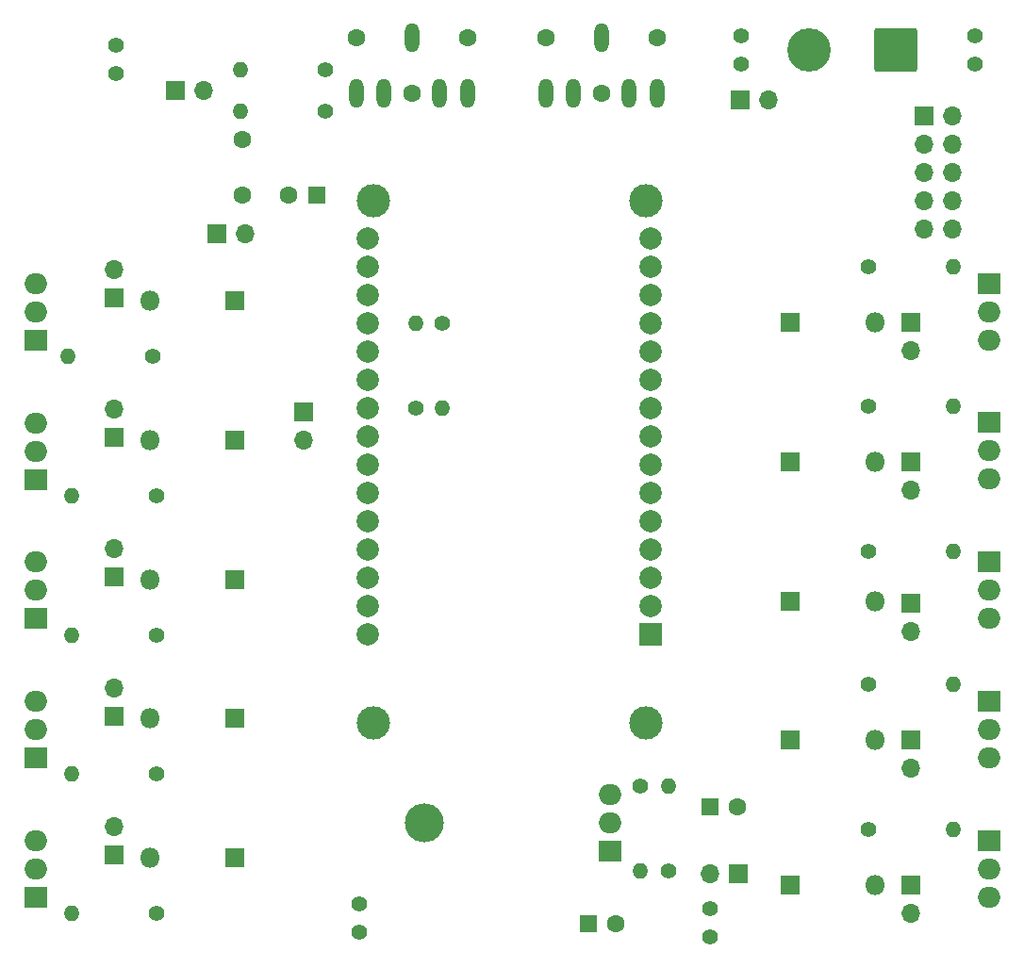
<source format=gts>
G04 #@! TF.GenerationSoftware,KiCad,Pcbnew,(6.0.4)*
G04 #@! TF.CreationDate,2023-03-25T19:21:49+01:00*
G04 #@! TF.ProjectId,Audiovisualizer PCB,41756469-6f76-4697-9375-616c697a6572,rev?*
G04 #@! TF.SameCoordinates,Original*
G04 #@! TF.FileFunction,Soldermask,Top*
G04 #@! TF.FilePolarity,Negative*
%FSLAX46Y46*%
G04 Gerber Fmt 4.6, Leading zero omitted, Abs format (unit mm)*
G04 Created by KiCad (PCBNEW (6.0.4)) date 2023-03-25 19:21:49*
%MOMM*%
%LPD*%
G01*
G04 APERTURE LIST*
G04 Aperture macros list*
%AMRoundRect*
0 Rectangle with rounded corners*
0 $1 Rounding radius*
0 $2 $3 $4 $5 $6 $7 $8 $9 X,Y pos of 4 corners*
0 Add a 4 corners polygon primitive as box body*
4,1,4,$2,$3,$4,$5,$6,$7,$8,$9,$2,$3,0*
0 Add four circle primitives for the rounded corners*
1,1,$1+$1,$2,$3*
1,1,$1+$1,$4,$5*
1,1,$1+$1,$6,$7*
1,1,$1+$1,$8,$9*
0 Add four rect primitives between the rounded corners*
20,1,$1+$1,$2,$3,$4,$5,0*
20,1,$1+$1,$4,$5,$6,$7,0*
20,1,$1+$1,$6,$7,$8,$9,0*
20,1,$1+$1,$8,$9,$2,$3,0*%
G04 Aperture macros list end*
%ADD10R,1.600000X1.600000*%
%ADD11C,1.600000*%
%ADD12R,1.700000X1.700000*%
%ADD13O,1.700000X1.700000*%
%ADD14O,3.500000X3.500000*%
%ADD15R,2.000000X1.905000*%
%ADD16O,2.000000X1.905000*%
%ADD17RoundRect,0.250002X1.699998X1.699998X-1.699998X1.699998X-1.699998X-1.699998X1.699998X-1.699998X0*%
%ADD18C,3.900000*%
%ADD19C,1.400000*%
%ADD20O,1.400000X1.400000*%
%ADD21R,1.800000X1.800000*%
%ADD22O,1.800000X1.800000*%
%ADD23O,1.308000X2.616000*%
%ADD24C,3.000000*%
%ADD25R,2.000000X2.000000*%
%ADD26C,2.000000*%
G04 APERTURE END LIST*
D10*
X79682380Y-81000000D03*
D11*
X77182380Y-81000000D03*
D10*
X115000000Y-136000000D03*
D11*
X117500000Y-136000000D03*
X106572401Y-146500000D03*
D10*
X104072401Y-146500000D03*
D12*
X134225000Y-73925000D03*
D13*
X136765000Y-73925000D03*
X134225000Y-76465000D03*
X136765000Y-76465000D03*
X134225000Y-79005000D03*
X136765000Y-79005000D03*
X134225000Y-81545000D03*
X136765000Y-81545000D03*
X134225000Y-84085000D03*
X136765000Y-84085000D03*
D12*
X78500000Y-100500000D03*
D13*
X78500000Y-103040000D03*
D14*
X89340000Y-137460000D03*
D15*
X106000000Y-140000000D03*
D16*
X106000000Y-137460000D03*
X106000000Y-134920000D03*
D17*
X131700000Y-68000000D03*
D18*
X123900000Y-68000000D03*
D19*
X83500000Y-147250000D03*
X83500000Y-144710000D03*
X115000000Y-147690000D03*
X115000000Y-145150000D03*
X138800000Y-69250000D03*
X138800000Y-66710000D03*
X61700000Y-70150000D03*
X61700000Y-67610000D03*
X117800000Y-69250000D03*
X117800000Y-66710000D03*
D13*
X115005000Y-141987401D03*
D12*
X117545000Y-141987401D03*
X70725000Y-84500000D03*
D13*
X73265000Y-84500000D03*
D12*
X67025000Y-71600000D03*
D13*
X69565000Y-71600000D03*
D19*
X65000000Y-95500000D03*
D20*
X57380000Y-95500000D03*
D15*
X54445000Y-94040000D03*
D16*
X54445000Y-91500000D03*
X54445000Y-88960000D03*
D12*
X61500000Y-90275000D03*
D13*
X61500000Y-87735000D03*
D21*
X72310000Y-90500000D03*
D22*
X64690000Y-90500000D03*
D19*
X65310000Y-120540000D03*
D20*
X57690000Y-120540000D03*
D19*
X65310000Y-108040000D03*
D20*
X57690000Y-108040000D03*
D15*
X54445000Y-119080000D03*
D16*
X54445000Y-116540000D03*
X54445000Y-114000000D03*
D15*
X54445000Y-106580000D03*
D16*
X54445000Y-104040000D03*
X54445000Y-101500000D03*
D12*
X61500000Y-115315000D03*
D13*
X61500000Y-112775000D03*
D12*
X61500000Y-102815000D03*
D13*
X61500000Y-100275000D03*
D21*
X72310000Y-115540000D03*
D22*
X64690000Y-115540000D03*
D21*
X72310000Y-103040000D03*
D22*
X64690000Y-103040000D03*
D19*
X108770000Y-134140000D03*
D20*
X108770000Y-141760000D03*
D19*
X111270000Y-141760000D03*
D20*
X111270000Y-134140000D03*
D11*
X73000000Y-81000000D03*
X73000000Y-76000000D03*
D23*
X90746000Y-71900000D03*
X93246000Y-71900000D03*
X85746000Y-71900000D03*
X83246000Y-71900000D03*
X88246000Y-66900000D03*
D11*
X88246000Y-71900000D03*
X83246000Y-66900000D03*
X93246000Y-66900000D03*
D23*
X107746000Y-71900000D03*
X110246000Y-71900000D03*
X102746000Y-71900000D03*
X100246000Y-71900000D03*
X105246000Y-66900000D03*
D11*
X105246000Y-71900000D03*
X100246000Y-66900000D03*
X110246000Y-66900000D03*
D20*
X72880000Y-69750000D03*
D19*
X80500000Y-69750000D03*
D16*
X140055000Y-131540000D03*
X140055000Y-129000000D03*
D15*
X140055000Y-126460000D03*
D12*
X133000000Y-130000000D03*
D13*
X133000000Y-132540000D03*
D21*
X72310000Y-140540000D03*
D22*
X64690000Y-140540000D03*
X129810000Y-143000000D03*
D21*
X122190000Y-143000000D03*
X122190000Y-130000000D03*
D22*
X129810000Y-130000000D03*
D20*
X136810000Y-125000000D03*
D19*
X129190000Y-125000000D03*
D16*
X140055000Y-119080000D03*
X140055000Y-116540000D03*
D15*
X140055000Y-114000000D03*
D21*
X72310000Y-128040000D03*
D22*
X64690000Y-128040000D03*
D19*
X91000000Y-92590000D03*
D20*
X91000000Y-100210000D03*
D15*
X140055000Y-88960000D03*
D16*
X140055000Y-91500000D03*
X140055000Y-94040000D03*
D20*
X136810000Y-100000000D03*
D19*
X129190000Y-100000000D03*
X88600000Y-100210000D03*
D20*
X88600000Y-92590000D03*
D15*
X140055000Y-101460000D03*
D16*
X140055000Y-104000000D03*
X140055000Y-106540000D03*
D20*
X72880000Y-73500000D03*
D19*
X80500000Y-73500000D03*
X65310000Y-133040000D03*
D20*
X57690000Y-133040000D03*
D19*
X129190000Y-87500000D03*
D20*
X136810000Y-87500000D03*
D12*
X133000000Y-117725000D03*
D13*
X133000000Y-120265000D03*
D19*
X129190000Y-138000000D03*
D20*
X136810000Y-138000000D03*
D12*
X61500000Y-127815000D03*
D13*
X61500000Y-125275000D03*
D22*
X129810000Y-92500000D03*
D21*
X122190000Y-92500000D03*
D15*
X54500000Y-131540000D03*
D16*
X54500000Y-129000000D03*
X54500000Y-126460000D03*
D13*
X133000000Y-145540000D03*
D12*
X133000000Y-143000000D03*
X133000000Y-105000000D03*
D13*
X133000000Y-107540000D03*
D24*
X84770000Y-81525000D03*
X109280000Y-128475000D03*
X84770000Y-128475000D03*
X109280000Y-81525000D03*
D25*
X109700000Y-120515000D03*
D26*
X109700000Y-117975000D03*
X109700000Y-115435000D03*
X109700000Y-112895000D03*
X109700000Y-110355000D03*
X109700000Y-107815000D03*
X109700000Y-105275000D03*
X109700000Y-102735000D03*
X109700000Y-100195000D03*
X109700000Y-97655000D03*
X109700000Y-95115000D03*
X109700000Y-92575000D03*
X109700000Y-90035000D03*
X109700000Y-87495000D03*
X109700000Y-84955000D03*
X84300000Y-84955000D03*
X84300000Y-87495000D03*
X84300000Y-90035000D03*
X84300000Y-92575000D03*
X84300000Y-95115000D03*
X84300000Y-97655000D03*
X84300000Y-100195000D03*
X84300000Y-102735000D03*
X84300000Y-105275000D03*
X84300000Y-107815000D03*
X84300000Y-110355000D03*
X84300000Y-112895000D03*
X84300000Y-115435000D03*
X84300000Y-117975000D03*
X84300000Y-120515000D03*
D12*
X61500000Y-140315000D03*
D13*
X61500000Y-137775000D03*
D15*
X54445000Y-144080000D03*
D16*
X54445000Y-141540000D03*
X54445000Y-139000000D03*
D19*
X65310000Y-145540000D03*
D20*
X57690000Y-145540000D03*
D16*
X140055000Y-144080000D03*
X140055000Y-141540000D03*
D15*
X140055000Y-139000000D03*
D12*
X117725000Y-72500000D03*
D13*
X120265000Y-72500000D03*
D12*
X133000000Y-92500000D03*
D13*
X133000000Y-95040000D03*
D21*
X122190000Y-105000000D03*
D22*
X129810000Y-105000000D03*
D20*
X136810000Y-113000000D03*
D19*
X129190000Y-113000000D03*
D21*
X122190000Y-117500000D03*
D22*
X129810000Y-117500000D03*
M02*

</source>
